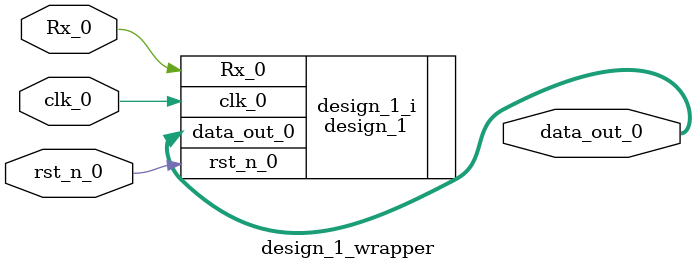
<source format=v>
`timescale 1 ps / 1 ps

module design_1_wrapper
   (Rx_0,
    clk_0,
    data_out_0,
    rst_n_0);
  input Rx_0;
  input clk_0;
  output [7:0]data_out_0;
  input [0:0]rst_n_0;

  wire Rx_0;
  wire clk_0;
  wire [7:0]data_out_0;
  wire [0:0]rst_n_0;

  design_1 design_1_i
       (.Rx_0(Rx_0),
        .clk_0(clk_0),
        .data_out_0(data_out_0),
        .rst_n_0(rst_n_0));
endmodule

</source>
